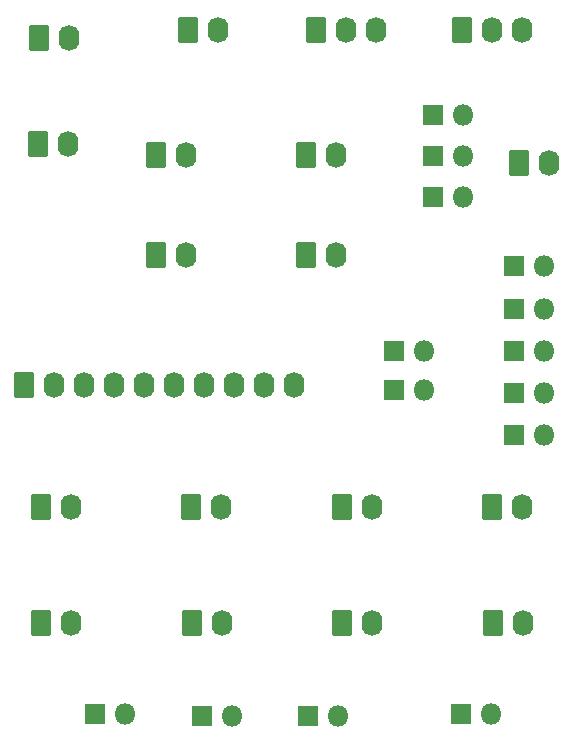
<source format=gbr>
%TF.GenerationSoftware,KiCad,Pcbnew,7.0.9*%
%TF.CreationDate,2023-12-03T08:59:46+10:00*%
%TF.ProjectId,FUEL,4655454c-2e6b-4696-9361-645f70636258,rev?*%
%TF.SameCoordinates,Original*%
%TF.FileFunction,Soldermask,Bot*%
%TF.FilePolarity,Negative*%
%FSLAX46Y46*%
G04 Gerber Fmt 4.6, Leading zero omitted, Abs format (unit mm)*
G04 Created by KiCad (PCBNEW 7.0.9) date 2023-12-03 08:59:46*
%MOMM*%
%LPD*%
G01*
G04 APERTURE LIST*
G04 Aperture macros list*
%AMRoundRect*
0 Rectangle with rounded corners*
0 $1 Rounding radius*
0 $2 $3 $4 $5 $6 $7 $8 $9 X,Y pos of 4 corners*
0 Add a 4 corners polygon primitive as box body*
4,1,4,$2,$3,$4,$5,$6,$7,$8,$9,$2,$3,0*
0 Add four circle primitives for the rounded corners*
1,1,$1+$1,$2,$3*
1,1,$1+$1,$4,$5*
1,1,$1+$1,$6,$7*
1,1,$1+$1,$8,$9*
0 Add four rect primitives between the rounded corners*
20,1,$1+$1,$2,$3,$4,$5,0*
20,1,$1+$1,$4,$5,$6,$7,0*
20,1,$1+$1,$6,$7,$8,$9,0*
20,1,$1+$1,$8,$9,$2,$3,0*%
G04 Aperture macros list end*
%ADD10RoundRect,0.250000X-0.620000X-0.845000X0.620000X-0.845000X0.620000X0.845000X-0.620000X0.845000X0*%
%ADD11O,1.740000X2.190000*%
%ADD12O,1.800000X1.800000*%
%ADD13R,1.800000X1.800000*%
G04 APERTURE END LIST*
D10*
%TO.C,SW15*%
X151090000Y-65690000D03*
D11*
X153630000Y-65690000D03*
%TD*%
D10*
%TO.C,SW10*%
X133070000Y-73530000D03*
D11*
X135610000Y-73530000D03*
%TD*%
D12*
%TO.C,D4*%
X148740000Y-112420000D03*
D13*
X146200000Y-112420000D03*
%TD*%
D11*
%TO.C,SW11*%
X122940000Y-73530000D03*
D10*
X120400000Y-73530000D03*
%TD*%
%TO.C,SW6*%
X123370000Y-94840000D03*
D11*
X125910000Y-94840000D03*
%TD*%
D10*
%TO.C,SW9*%
X123060000Y-54510000D03*
D11*
X125600000Y-54510000D03*
%TD*%
D13*
%TO.C,D14*%
X150660000Y-74483800D03*
D12*
X153200000Y-74483800D03*
%TD*%
D10*
%TO.C,J4*%
X133910000Y-54510000D03*
D11*
X136450000Y-54510000D03*
X138990000Y-54510000D03*
%TD*%
D12*
%TO.C,D10*%
X146390000Y-61670000D03*
D13*
X143850000Y-61670000D03*
%TD*%
%TO.C,D7*%
X133270000Y-112520000D03*
D12*
X135810000Y-112520000D03*
%TD*%
D10*
%TO.C,J2*%
X110390000Y-64110000D03*
D11*
X112930000Y-64110000D03*
%TD*%
D10*
%TO.C,SW13*%
X133070000Y-65090000D03*
D11*
X135610000Y-65090000D03*
%TD*%
D12*
%TO.C,D11*%
X153200000Y-81626900D03*
D13*
X150660000Y-81626900D03*
%TD*%
%TO.C,D13*%
X150660000Y-78055300D03*
D12*
X153200000Y-78055300D03*
%TD*%
%TO.C,D12*%
X146390000Y-65160000D03*
D13*
X143850000Y-65160000D03*
%TD*%
D10*
%TO.C,J3*%
X109200000Y-84490000D03*
D11*
X111740000Y-84490000D03*
X114280000Y-84490000D03*
X116820000Y-84490000D03*
X119360000Y-84490000D03*
X121900000Y-84490000D03*
X124440000Y-84490000D03*
X126980000Y-84490000D03*
X129520000Y-84490000D03*
X132060000Y-84490000D03*
%TD*%
D12*
%TO.C,D9*%
X146390000Y-68600000D03*
D13*
X143850000Y-68600000D03*
%TD*%
D10*
%TO.C,SW8*%
X148870000Y-94840000D03*
D11*
X151410000Y-94840000D03*
%TD*%
D12*
%TO.C,D3*%
X153200000Y-88770000D03*
D13*
X150660000Y-88770000D03*
%TD*%
D12*
%TO.C,D6*%
X143115000Y-81630000D03*
D13*
X140575000Y-81630000D03*
%TD*%
D10*
%TO.C,SW1*%
X110670000Y-104650000D03*
D11*
X113210000Y-104650000D03*
%TD*%
D13*
%TO.C,D5*%
X140540000Y-84910000D03*
D12*
X143080000Y-84910000D03*
%TD*%
D10*
%TO.C,RV1*%
X146260000Y-54510000D03*
D11*
X148800000Y-54510000D03*
X151340000Y-54510000D03*
%TD*%
D13*
%TO.C,D1*%
X115250000Y-112420000D03*
D12*
X117790000Y-112420000D03*
%TD*%
D10*
%TO.C,SW2*%
X123406700Y-104650000D03*
D11*
X125946700Y-104650000D03*
%TD*%
D10*
%TO.C,SW3*%
X136143300Y-104650000D03*
D11*
X138683300Y-104650000D03*
%TD*%
D10*
%TO.C,J1*%
X110450000Y-55170000D03*
D11*
X112990000Y-55170000D03*
%TD*%
D10*
%TO.C,SW14*%
X120400000Y-65090000D03*
D11*
X122940000Y-65090000D03*
%TD*%
D10*
%TO.C,SW4*%
X148880000Y-104650000D03*
D11*
X151420000Y-104650000D03*
%TD*%
D10*
%TO.C,SW7*%
X136120000Y-94840000D03*
D11*
X138660000Y-94840000D03*
%TD*%
D12*
%TO.C,D2*%
X126820000Y-112520000D03*
D13*
X124280000Y-112520000D03*
%TD*%
%TO.C,D8*%
X150660000Y-85198400D03*
D12*
X153200000Y-85198400D03*
%TD*%
D10*
%TO.C,SW5*%
X110620000Y-94840000D03*
D11*
X113160000Y-94840000D03*
%TD*%
M02*

</source>
